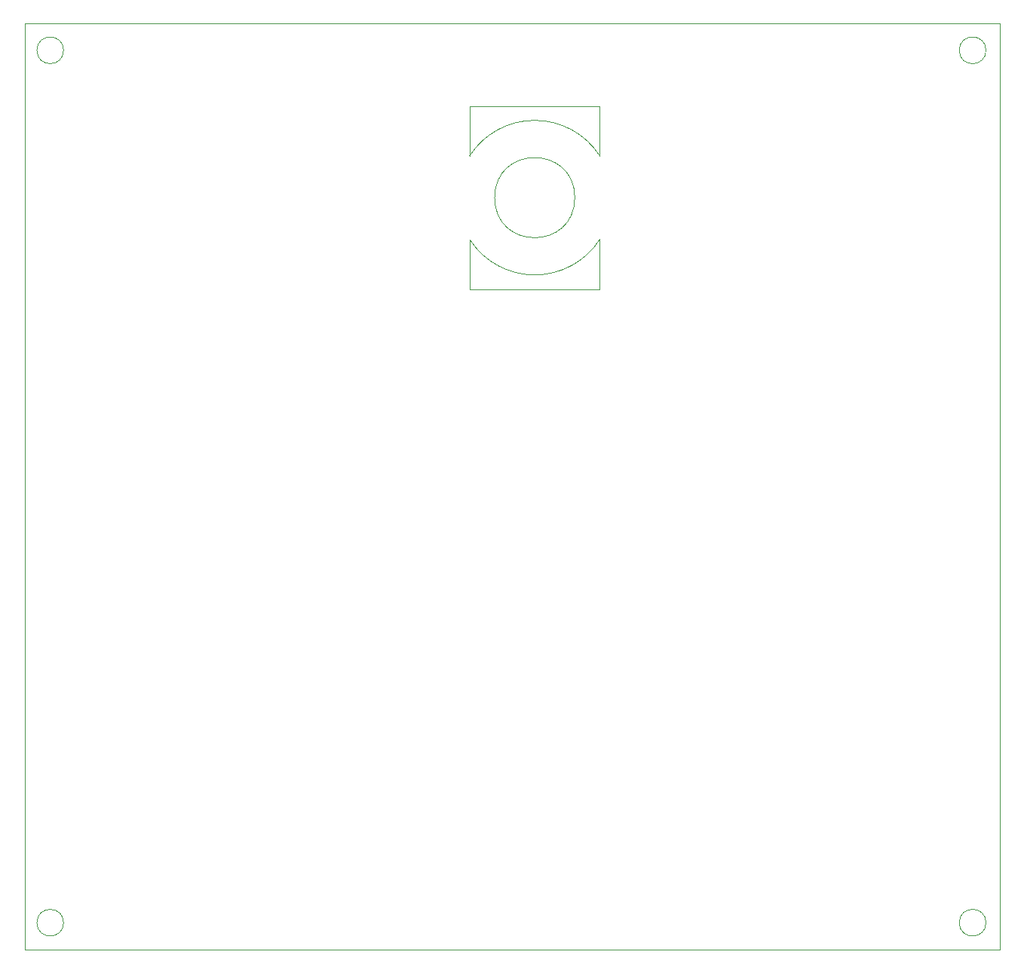
<source format=gbr>
%TF.GenerationSoftware,KiCad,Pcbnew,(6.0.1)*%
%TF.CreationDate,2023-08-02T16:38:55-05:00*%
%TF.ProjectId,board_v5,626f6172-645f-4763-952e-6b696361645f,rev?*%
%TF.SameCoordinates,Original*%
%TF.FileFunction,Profile,NP*%
%FSLAX46Y46*%
G04 Gerber Fmt 4.6, Leading zero omitted, Abs format (unit mm)*
G04 Created by KiCad (PCBNEW (6.0.1)) date 2023-08-02 16:38:55*
%MOMM*%
%LPD*%
G01*
G04 APERTURE LIST*
%TA.AperFunction,Profile*%
%ADD10C,0.100000*%
%TD*%
G04 APERTURE END LIST*
D10*
X139900000Y-59300000D02*
X139925535Y-59339424D01*
X139925535Y-59339424D02*
G75*
G03*
X154499999Y-59300000I7274465J4739424D01*
G01*
X154500000Y-64900000D02*
X154499999Y-59300000D01*
X94300000Y-38050000D02*
G75*
G03*
X94300000Y-38050000I-1500000J0D01*
G01*
X89950000Y-35050000D02*
X199402000Y-35050000D01*
X199402000Y-35050000D02*
X199402000Y-139050000D01*
X199402000Y-139050000D02*
X89950000Y-139050000D01*
X89950000Y-139050000D02*
X89950000Y-35050000D01*
X139900000Y-44300000D02*
X139900001Y-49900000D01*
X154500000Y-64900000D02*
X139900000Y-64900000D01*
X197866000Y-38050000D02*
G75*
G03*
X197866000Y-38050000I-1500000J0D01*
G01*
X139900000Y-64900000D02*
X139900000Y-59300000D01*
X154500000Y-44300000D02*
X154499999Y-49900000D01*
X139900000Y-44300000D02*
X154500000Y-44300000D01*
X154499999Y-49900000D02*
G75*
G03*
X139900001Y-49900000I-7299999J-4700000D01*
G01*
X151700000Y-54600000D02*
G75*
G03*
X151700000Y-54600000I-4500000J0D01*
G01*
X197866000Y-136050000D02*
G75*
G03*
X197866000Y-136050000I-1500000J0D01*
G01*
X94300000Y-136050000D02*
G75*
G03*
X94300000Y-136050000I-1500000J0D01*
G01*
M02*

</source>
